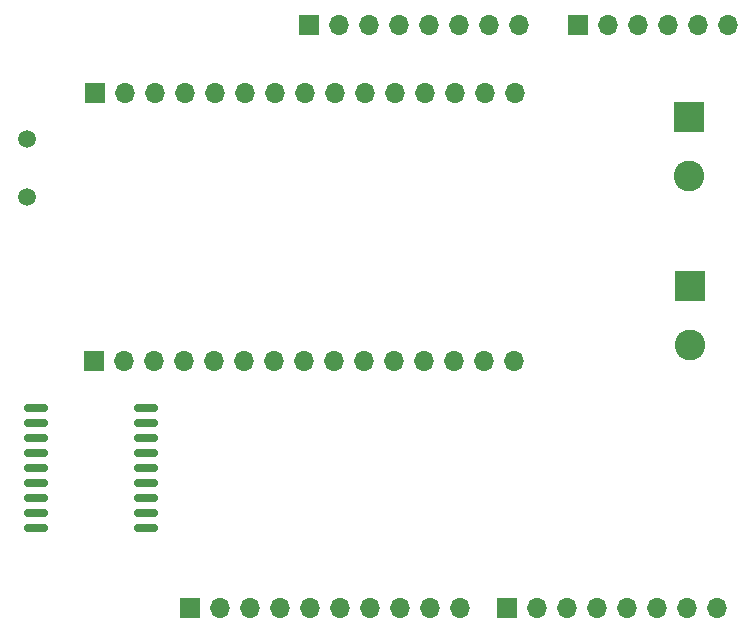
<source format=gbr>
%TF.GenerationSoftware,KiCad,Pcbnew,8.0.2-1*%
%TF.CreationDate,2024-05-15T16:31:45-04:00*%
%TF.ProjectId,ORA_Arduino_ESP_CAN_Shield,4f52415f-4172-4647-9569-6e6f5f455350,rev?*%
%TF.SameCoordinates,Original*%
%TF.FileFunction,Soldermask,Bot*%
%TF.FilePolarity,Negative*%
%FSLAX46Y46*%
G04 Gerber Fmt 4.6, Leading zero omitted, Abs format (unit mm)*
G04 Created by KiCad (PCBNEW 8.0.2-1) date 2024-05-15 16:31:45*
%MOMM*%
%LPD*%
G01*
G04 APERTURE LIST*
G04 Aperture macros list*
%AMRoundRect*
0 Rectangle with rounded corners*
0 $1 Rounding radius*
0 $2 $3 $4 $5 $6 $7 $8 $9 X,Y pos of 4 corners*
0 Add a 4 corners polygon primitive as box body*
4,1,4,$2,$3,$4,$5,$6,$7,$8,$9,$2,$3,0*
0 Add four circle primitives for the rounded corners*
1,1,$1+$1,$2,$3*
1,1,$1+$1,$4,$5*
1,1,$1+$1,$6,$7*
1,1,$1+$1,$8,$9*
0 Add four rect primitives between the rounded corners*
20,1,$1+$1,$2,$3,$4,$5,0*
20,1,$1+$1,$4,$5,$6,$7,0*
20,1,$1+$1,$6,$7,$8,$9,0*
20,1,$1+$1,$8,$9,$2,$3,0*%
G04 Aperture macros list end*
%ADD10R,1.700000X1.700000*%
%ADD11O,1.700000X1.700000*%
%ADD12RoundRect,0.150000X0.875000X0.150000X-0.875000X0.150000X-0.875000X-0.150000X0.875000X-0.150000X0*%
%ADD13R,2.600000X2.600000*%
%ADD14C,2.600000*%
%ADD15C,1.500000*%
G04 APERTURE END LIST*
D10*
%TO.C,Digital_1*%
X41695000Y-74670000D03*
D11*
X44235000Y-74670000D03*
X46775000Y-74670000D03*
X49315000Y-74670000D03*
X51855000Y-74670000D03*
X54395000Y-74670000D03*
X56935000Y-74670000D03*
X59475000Y-74670000D03*
X62015000Y-74670000D03*
X64555000Y-74670000D03*
%TD*%
D10*
%TO.C,Power_1*%
X51715000Y-25320000D03*
D11*
X54255000Y-25320000D03*
X56795000Y-25320000D03*
X59335000Y-25320000D03*
X61875000Y-25320000D03*
X64415000Y-25320000D03*
X66955000Y-25320000D03*
X69495000Y-25320000D03*
%TD*%
D10*
%TO.C,Analog_1*%
X74495000Y-25300000D03*
D11*
X77035000Y-25300000D03*
X79575000Y-25300000D03*
X82115000Y-25300000D03*
X84655000Y-25300000D03*
X87195000Y-25300000D03*
%TD*%
D10*
%TO.C,Digital_2*%
X68545000Y-74690000D03*
D11*
X71085000Y-74690000D03*
X73625000Y-74690000D03*
X76165000Y-74690000D03*
X78705000Y-74690000D03*
X81245000Y-74690000D03*
X83785000Y-74690000D03*
X86325000Y-74690000D03*
%TD*%
D12*
%TO.C,U2*%
X37975000Y-57730000D03*
X37975000Y-59000000D03*
X37975000Y-60270000D03*
X37975000Y-61540000D03*
X37975000Y-62810000D03*
X37975000Y-64080000D03*
X37975000Y-65350000D03*
X37975000Y-66620000D03*
X37975000Y-67890000D03*
X28675000Y-67890000D03*
X28675000Y-66620000D03*
X28675000Y-65350000D03*
X28675000Y-64080000D03*
X28675000Y-62810000D03*
X28675000Y-61540000D03*
X28675000Y-60270000D03*
X28675000Y-59000000D03*
X28675000Y-57730000D03*
%TD*%
D10*
%TO.C,EN_1*%
X33565000Y-53790000D03*
D11*
X36105000Y-53790000D03*
X38645000Y-53790000D03*
X41185000Y-53790000D03*
X43725000Y-53790000D03*
X46265000Y-53790000D03*
X48805000Y-53790000D03*
X51345000Y-53790000D03*
X53885000Y-53790000D03*
X56425000Y-53790000D03*
X58965000Y-53790000D03*
X61505000Y-53790000D03*
X64045000Y-53790000D03*
X66585000Y-53790000D03*
X69125000Y-53790000D03*
%TD*%
D13*
%TO.C,J1*%
X83990000Y-47420000D03*
D14*
X83990000Y-52420000D03*
%TD*%
D13*
%TO.C,J2*%
X83940000Y-33110000D03*
D14*
X83940000Y-38110000D03*
%TD*%
D10*
%TO.C,BOOT_1*%
X33615000Y-31070000D03*
D11*
X36155000Y-31070000D03*
X38695000Y-31070000D03*
X41235000Y-31070000D03*
X43775000Y-31070000D03*
X46315000Y-31070000D03*
X48855000Y-31070000D03*
X51395000Y-31070000D03*
X53935000Y-31070000D03*
X56475000Y-31070000D03*
X59015000Y-31070000D03*
X61555000Y-31070000D03*
X64095000Y-31070000D03*
X66635000Y-31070000D03*
X69175000Y-31070000D03*
%TD*%
D15*
%TO.C,Y1*%
X27865000Y-39870000D03*
X27865000Y-34990000D03*
%TD*%
M02*

</source>
